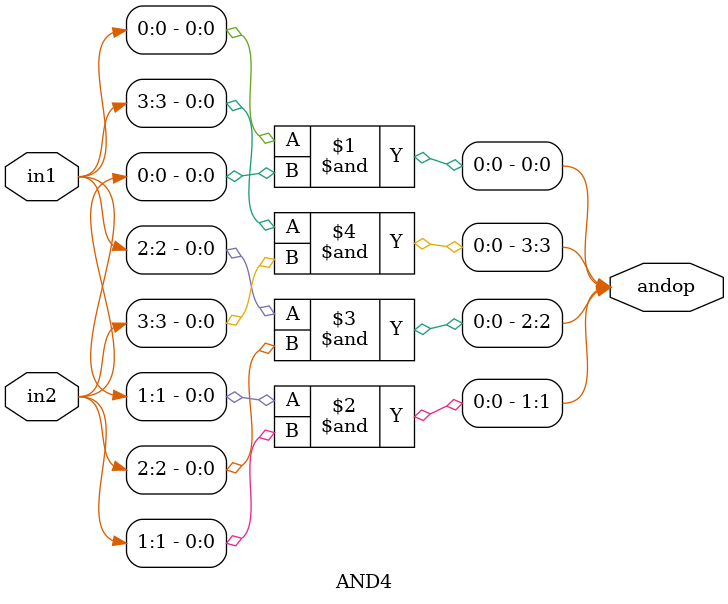
<source format=v>
module AND4(
    output [3:0]andop,
    input [3:0]in1,in2
);

and and_gate0(andop[0], in1[0], in2[0]);
and and_gate1(andop[1], in1[1], in2[1]);
and and_gate2(andop[2], in1[2], in2[2]);
and and_gate3(andop[3], in1[3], in2[3]);

endmodule
</source>
